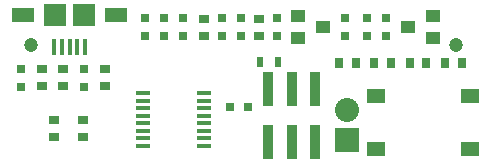
<source format=gts>
G04 #@! TF.FileFunction,Soldermask,Top*
%FSLAX46Y46*%
G04 Gerber Fmt 4.6, Leading zero omitted, Abs format (unit mm)*
G04 Created by KiCad (PCBNEW (2015-08-18 BZR 6103)-product) date Wednesday, 26 August 2015 13:48:05*
%MOMM*%
G01*
G04 APERTURE LIST*
%ADD10C,0.150000*%
%ADD11R,1.200000X0.400000*%
%ADD12R,0.750000X0.800000*%
%ADD13C,1.200000*%
%ADD14R,0.400000X1.350000*%
%ADD15R,1.900000X1.300000*%
%ADD16R,1.900000X1.900000*%
%ADD17R,1.550000X1.300000*%
%ADD18R,0.890000X3.000000*%
%ADD19R,2.032000X2.032000*%
%ADD20O,2.032000X2.032000*%
%ADD21R,0.800000X0.900000*%
%ADD22R,0.900000X0.800000*%
%ADD23R,0.797560X0.797560*%
%ADD24R,1.200000X1.016000*%
%ADD25R,0.500000X0.900000*%
G04 APERTURE END LIST*
D10*
D11*
X112000000Y-108077500D03*
X112000000Y-108712500D03*
X112000000Y-109347500D03*
X112000000Y-109982500D03*
X112000000Y-110617500D03*
X112000000Y-111252500D03*
X112000000Y-111887500D03*
X112000000Y-112522500D03*
X117200000Y-112522500D03*
X117200000Y-111887500D03*
X117200000Y-111252500D03*
X117200000Y-110617500D03*
X117200000Y-109982500D03*
X117200000Y-109347500D03*
X117200000Y-108712500D03*
X117200000Y-108077500D03*
D12*
X129100000Y-103250000D03*
X129100000Y-101750000D03*
X123400000Y-103250000D03*
X123400000Y-101750000D03*
X112200000Y-103250000D03*
X112200000Y-101750000D03*
X113800000Y-103250000D03*
X113800000Y-101750000D03*
X101700000Y-106030000D03*
X101700000Y-107530000D03*
X107034000Y-106030000D03*
X107034000Y-107530000D03*
X115400000Y-103250000D03*
X115400000Y-101750000D03*
D13*
X138500000Y-104000000D03*
X102500000Y-104000000D03*
D14*
X105150000Y-104175000D03*
X106450000Y-104175000D03*
X105800000Y-104175000D03*
X107100000Y-104175000D03*
X104500000Y-104175000D03*
D15*
X101850000Y-101500000D03*
D16*
X104600000Y-101500000D03*
X107000000Y-101500000D03*
D15*
X109750000Y-101500000D03*
D17*
X131761000Y-112840000D03*
X131761000Y-108340000D03*
X139711000Y-112840000D03*
X139711000Y-108340000D03*
D18*
X126600000Y-112250000D03*
X126600000Y-107750000D03*
X124600000Y-112250000D03*
X124600000Y-107750000D03*
X122600000Y-107750000D03*
X122600000Y-112250000D03*
D19*
X129250000Y-112050000D03*
D20*
X129250000Y-109510000D03*
D21*
X131585000Y-105500000D03*
X133015000Y-105500000D03*
X130015000Y-105500000D03*
X128585000Y-105500000D03*
D22*
X121800000Y-103215000D03*
X121800000Y-101785000D03*
X117200000Y-103215000D03*
X117200000Y-101785000D03*
D21*
X134585000Y-105500000D03*
X136015000Y-105500000D03*
X137585000Y-105500000D03*
X139015000Y-105500000D03*
D22*
X104494000Y-111813000D03*
X104494000Y-110383000D03*
X106907000Y-110383000D03*
X106907000Y-111813000D03*
X105256000Y-106065000D03*
X105256000Y-107495000D03*
X103478000Y-106065000D03*
X103478000Y-107495000D03*
X108812000Y-107495000D03*
X108812000Y-106065000D03*
D23*
X131000000Y-103249300D03*
X131000000Y-101750700D03*
X132600000Y-103249300D03*
X132600000Y-101750700D03*
X118700000Y-101750700D03*
X118700000Y-103249300D03*
X120300000Y-101750700D03*
X120300000Y-103249300D03*
D24*
X125140000Y-101550000D03*
X125140000Y-103450000D03*
X127260000Y-102500000D03*
X136560000Y-103450000D03*
X136560000Y-101550000D03*
X134440000Y-102500000D03*
D23*
X120878600Y-109220000D03*
X119380000Y-109220000D03*
D25*
X121920000Y-105410000D03*
X123420000Y-105410000D03*
M02*

</source>
